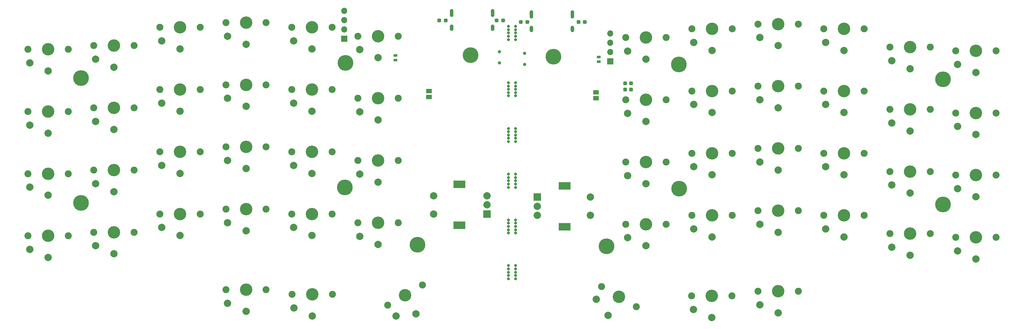
<source format=gts>
G04 #@! TF.GenerationSoftware,KiCad,Pcbnew,(5.99.0-8557-g8988e46ab1)*
G04 #@! TF.CreationDate,2021-01-24T12:11:51-07:00*
G04 #@! TF.ProjectId,BlueSofPanel,426c7565-536f-4665-9061-6e656c2e6b69,rev?*
G04 #@! TF.SameCoordinates,PX85099e0PY51bada0*
G04 #@! TF.FileFunction,Soldermask,Top*
G04 #@! TF.FilePolarity,Negative*
%FSLAX46Y46*%
G04 Gerber Fmt 4.6, Leading zero omitted, Abs format (unit mm)*
G04 Created by KiCad (PCBNEW (5.99.0-8557-g8988e46ab1)) date 2021-01-24 12:11:51*
%MOMM*%
%LPD*%
G01*
G04 APERTURE LIST*
G04 Aperture macros list*
%AMRoundRect*
0 Rectangle with rounded corners*
0 $1 Rounding radius*
0 $2 $3 $4 $5 $6 $7 $8 $9 X,Y pos of 4 corners*
0 Add a 4 corners polygon primitive as box body*
4,1,4,$2,$3,$4,$5,$6,$7,$8,$9,$2,$3,0*
0 Add four circle primitives for the rounded corners*
1,1,$1+$1,$2,$3*
1,1,$1+$1,$4,$5*
1,1,$1+$1,$6,$7*
1,1,$1+$1,$8,$9*
0 Add four rect primitives between the rounded corners*
20,1,$1+$1,$2,$3,$4,$5,0*
20,1,$1+$1,$4,$5,$6,$7,0*
20,1,$1+$1,$6,$7,$8,$9,0*
20,1,$1+$1,$8,$9,$2,$3,0*%
G04 Aperture macros list end*
%ADD10C,0.800000*%
%ADD11C,1.900000*%
%ADD12C,3.400000*%
%ADD13C,2.000000*%
%ADD14C,4.300000*%
%ADD15RoundRect,0.237500X0.287500X0.237500X-0.287500X0.237500X-0.287500X-0.237500X0.287500X-0.237500X0*%
%ADD16R,2.000000X2.000000*%
%ADD17R,3.200000X2.000000*%
%ADD18RoundRect,0.237500X-0.287500X-0.237500X0.287500X-0.237500X0.287500X0.237500X-0.287500X0.237500X0*%
%ADD19R,1.700000X1.700000*%
%ADD20O,1.700000X1.700000*%
%ADD21RoundRect,0.237500X0.237500X-0.300000X0.237500X0.300000X-0.237500X0.300000X-0.237500X-0.300000X0*%
%ADD22C,0.900000*%
%ADD23R,1.550000X1.200000*%
%ADD24C,1.000000*%
%ADD25R,1.000000X0.650000*%
G04 APERTURE END LIST*
D10*
X45382230Y-27679851D03*
X45382230Y-31279851D03*
X47282230Y-31279851D03*
X45382230Y-28579851D03*
X45382230Y-29479851D03*
X45382230Y-30379851D03*
X47282230Y-28579851D03*
X47282230Y-29479851D03*
X47282230Y-30379851D03*
X47282230Y-27679851D03*
X45382230Y37720149D03*
X45382230Y34120149D03*
X47282230Y34120149D03*
X45382230Y36820149D03*
X45382230Y35920149D03*
X45382230Y35020149D03*
X47282230Y36820149D03*
X47282230Y35920149D03*
X47282230Y35020149D03*
X47282230Y37720149D03*
X45382230Y22320149D03*
X45382230Y18720149D03*
X47282230Y18720149D03*
X45382230Y21420149D03*
X45382230Y20520149D03*
X45382230Y19620149D03*
X47282230Y21420149D03*
X47282230Y20520149D03*
X47282230Y19620149D03*
X47282230Y22320149D03*
X45382230Y9820149D03*
X45382230Y6220149D03*
X47282230Y6220149D03*
X45382230Y8920149D03*
X45382230Y8020149D03*
X45382230Y7120149D03*
X47282230Y8920149D03*
X47282230Y8020149D03*
X47282230Y7120149D03*
X47282230Y9820149D03*
X45382230Y-2679851D03*
X45382230Y-6279851D03*
X47282230Y-6279851D03*
X45382230Y-3579851D03*
X45382230Y-4479851D03*
X45382230Y-5379851D03*
X47282230Y-3579851D03*
X47282230Y-4479851D03*
X47282230Y-5379851D03*
X47282230Y-2679851D03*
X45382230Y-15179851D03*
X45382230Y-18779851D03*
X47282230Y-18779851D03*
X45382230Y-16079851D03*
X45382230Y-16979851D03*
X45382230Y-17879851D03*
X47282230Y-16079851D03*
X47282230Y-16979851D03*
X47282230Y-17879851D03*
X47282230Y-15179851D03*
D11*
X-49732246Y20447236D03*
X-38732246Y20447236D03*
D12*
X-44232246Y20447236D03*
D13*
X-49232246Y16747236D03*
X-44232246Y14547236D03*
D14*
X163896706Y23222236D03*
D15*
X50496706Y38922236D03*
X48746706Y38922236D03*
D12*
X118896706Y38347236D03*
D11*
X113396706Y38347236D03*
X124396706Y38347236D03*
D13*
X113896706Y34647236D03*
X118896706Y32447236D03*
D12*
X172896706Y31047236D03*
D11*
X178396706Y31047236D03*
X167396706Y31047236D03*
D13*
X167896706Y27347236D03*
X172896706Y25147236D03*
D11*
X142396706Y3047236D03*
X131396706Y3047236D03*
D12*
X136896706Y3047236D03*
D13*
X131896706Y-652764D03*
X136896706Y-2852764D03*
D11*
X-56732246Y32447236D03*
X-67732246Y32447236D03*
D12*
X-62232246Y32447236D03*
D13*
X-67232246Y28747236D03*
X-62232246Y26547236D03*
D11*
X-85732246Y31447236D03*
D12*
X-80232246Y31447236D03*
D11*
X-74732246Y31447236D03*
D13*
X-85232246Y27747236D03*
X-80232246Y25547236D03*
D16*
X39467754Y-13552764D03*
D13*
X39467754Y-8552764D03*
X39467754Y-11052764D03*
D17*
X31967754Y-16652764D03*
X31967754Y-5452764D03*
D13*
X24967754Y-8552764D03*
X24967754Y-13552764D03*
D11*
X-20732246Y-12252764D03*
X-31732246Y-12252764D03*
D12*
X-26232246Y-12252764D03*
D13*
X-31232246Y-15952764D03*
X-26232246Y-18152764D03*
D14*
X91896706Y-6677764D03*
D11*
X-56732246Y-1552764D03*
X-67732246Y-1552764D03*
D12*
X-62232246Y-1552764D03*
D13*
X-67232246Y-5252764D03*
X-62232246Y-7452764D03*
D11*
X-20732246Y4747236D03*
X-31732246Y4747236D03*
D12*
X-26232246Y4747236D03*
D13*
X-31232246Y1047236D03*
X-26232246Y-1152764D03*
D11*
X88396706Y34647236D03*
X77396706Y34647236D03*
D12*
X82896706Y34647236D03*
D13*
X77896706Y30947236D03*
X82896706Y28747236D03*
D11*
X4267754Y-15952764D03*
D12*
X9767754Y-15952764D03*
D11*
X15267754Y-15952764D03*
D13*
X4767754Y-19652764D03*
X9767754Y-21852764D03*
D18*
X42167754Y39322236D03*
X43917754Y39322236D03*
D12*
X100896706Y20047236D03*
D11*
X106396706Y20047236D03*
X95396706Y20047236D03*
D13*
X95896706Y16347236D03*
X100896706Y14147236D03*
D11*
X-38732246Y-13552764D03*
D12*
X-44232246Y-13552764D03*
D11*
X-49732246Y-13552764D03*
D13*
X-49232246Y-17252764D03*
X-44232246Y-19452764D03*
D11*
X12404614Y-38502764D03*
X21930894Y-33002764D03*
D12*
X17167754Y-35752764D03*
D13*
X14687627Y-41457058D03*
X20117754Y-40862314D03*
D11*
X-13732246Y37447236D03*
X-2732246Y37447236D03*
D12*
X-8232246Y37447236D03*
D13*
X-13232246Y33747236D03*
X-8232246Y31547236D03*
D12*
X118896706Y21347236D03*
D11*
X113396706Y21347236D03*
X124396706Y21347236D03*
D13*
X113896706Y17647236D03*
X118896706Y15447236D03*
D11*
X149396706Y-18952764D03*
D12*
X154896706Y-18952764D03*
D11*
X160396706Y-18952764D03*
D13*
X149896706Y-22652764D03*
X154896706Y-24852764D03*
D11*
X95296706Y-35952764D03*
X106296706Y-35952764D03*
D12*
X100796706Y-35952764D03*
D13*
X95796706Y-39652764D03*
X100796706Y-41852764D03*
D11*
X-49732246Y37447236D03*
X-38732246Y37447236D03*
D12*
X-44232246Y37447236D03*
D13*
X-49232246Y33747236D03*
X-44232246Y31547236D03*
D19*
X567754Y34347236D03*
D20*
X567754Y36887236D03*
X567754Y39427236D03*
X567754Y41967236D03*
D11*
X149396706Y-1952764D03*
D12*
X154896706Y-1952764D03*
D11*
X160396706Y-1952764D03*
D13*
X149896706Y-5652764D03*
X154896706Y-7852764D03*
D12*
X118896706Y-12652764D03*
D11*
X124396706Y-12652764D03*
X113396706Y-12652764D03*
D13*
X113896706Y-16352764D03*
X118896706Y-18552764D03*
D11*
X-13732246Y3447236D03*
X-2732246Y3447236D03*
D12*
X-8232246Y3447236D03*
D13*
X-13232246Y-252764D03*
X-8232246Y-2452764D03*
D12*
X9767754Y1047236D03*
D11*
X15267754Y1047236D03*
X4267754Y1047236D03*
D13*
X4767754Y-2652764D03*
X9767754Y-4852764D03*
D14*
X57621706Y29447236D03*
X72121706Y-22352764D03*
D11*
X15267754Y35047236D03*
X4267754Y35047236D03*
D12*
X9767754Y35047236D03*
D13*
X4767754Y31347236D03*
X9767754Y29147236D03*
D11*
X131396706Y37047236D03*
X142396706Y37047236D03*
D12*
X136896706Y37047236D03*
D13*
X131896706Y33347236D03*
X136896706Y31147236D03*
D12*
X154896706Y15047236D03*
D11*
X149396706Y15047236D03*
X160396706Y15047236D03*
D13*
X149896706Y11347236D03*
X154896706Y9147236D03*
D16*
X53196706Y-8952764D03*
D13*
X53196706Y-13952764D03*
X53196706Y-11452764D03*
D17*
X60696706Y-17052764D03*
X60696706Y-5852764D03*
D13*
X67696706Y-13952764D03*
X67696706Y-8952764D03*
D14*
X163896706Y-10977764D03*
D12*
X-26232246Y38747236D03*
D11*
X-20732246Y38747236D03*
X-31732246Y38747236D03*
D13*
X-31232246Y35047236D03*
X-26232246Y32847236D03*
D11*
X142396706Y-13952764D03*
X131396706Y-13952764D03*
D12*
X136896706Y-13952764D03*
D13*
X131896706Y-17652764D03*
X136896706Y-19852764D03*
D12*
X-62232246Y-18552764D03*
D11*
X-56732246Y-18552764D03*
X-67732246Y-18552764D03*
D13*
X-67232246Y-22252764D03*
X-62232246Y-24452764D03*
D11*
X-13732246Y-13552764D03*
D12*
X-8232246Y-13552764D03*
D11*
X-2732246Y-13552764D03*
D13*
X-13232246Y-17252764D03*
X-8232246Y-19452764D03*
D11*
X106396706Y-13952764D03*
X95396706Y-13952764D03*
D12*
X100896706Y-13952764D03*
D13*
X95896706Y-17652764D03*
X100896706Y-19852764D03*
D12*
X100896706Y3047236D03*
D11*
X95396706Y3047236D03*
X106396706Y3047236D03*
D13*
X95896706Y-652764D03*
X100896706Y-2852764D03*
D11*
X-13632246Y-35552764D03*
X-2632246Y-35552764D03*
D12*
X-8132246Y-35552764D03*
D13*
X-13132246Y-39252764D03*
X-8132246Y-41452764D03*
D12*
X-26232246Y21747236D03*
D11*
X-20732246Y21747236D03*
X-31732246Y21747236D03*
D13*
X-31232246Y18047236D03*
X-26232246Y15847236D03*
D12*
X172896706Y-19952764D03*
D11*
X167396706Y-19952764D03*
X178396706Y-19952764D03*
D13*
X167896706Y-23652764D03*
X172896706Y-25852764D03*
D11*
X-74732246Y-19552764D03*
X-85732246Y-19552764D03*
D12*
X-80232246Y-19552764D03*
D13*
X-85232246Y-23252764D03*
X-80232246Y-25452764D03*
D12*
X75496706Y-36152764D03*
D11*
X80259846Y-38902764D03*
X70733566Y-33402764D03*
D13*
X69316579Y-36857058D03*
X72546706Y-41262314D03*
D11*
X-74732246Y-2552764D03*
D12*
X-80232246Y-2552764D03*
D11*
X-85732246Y-2552764D03*
D13*
X-85232246Y-6252764D03*
X-80232246Y-8452764D03*
D18*
X26467754Y39347236D03*
X28217754Y39347236D03*
D11*
X77396706Y647236D03*
X88396706Y647236D03*
D12*
X82896706Y647236D03*
D13*
X77896706Y-3052764D03*
X82896706Y-5252764D03*
D12*
X100896706Y37047236D03*
D11*
X95396706Y37047236D03*
X106396706Y37047236D03*
D13*
X95896706Y33347236D03*
X100896706Y31147236D03*
D12*
X136896706Y20047236D03*
D11*
X142396706Y20047236D03*
X131396706Y20047236D03*
D13*
X131896706Y16347236D03*
X136896706Y14147236D03*
D12*
X9767754Y18047236D03*
D11*
X4267754Y18047236D03*
X15267754Y18047236D03*
D13*
X4767754Y14347236D03*
X9767754Y12147236D03*
D11*
X-13732246Y20447236D03*
D12*
X-8232246Y20447236D03*
D11*
X-2732246Y20447236D03*
D13*
X-13232246Y16747236D03*
X-8232246Y14547236D03*
D12*
X172896706Y14047236D03*
D11*
X167396706Y14047236D03*
X178396706Y14047236D03*
D13*
X167896706Y10347236D03*
X172896706Y8147236D03*
D12*
X-44232246Y3447236D03*
D11*
X-49732246Y3447236D03*
X-38732246Y3447236D03*
D13*
X-49232246Y-252764D03*
X-44232246Y-2452764D03*
D12*
X-80232246Y14447236D03*
D11*
X-85732246Y14447236D03*
X-74732246Y14447236D03*
D13*
X-85232246Y10747236D03*
X-80232246Y8547236D03*
D11*
X160396706Y32047236D03*
D12*
X154896706Y32047236D03*
D11*
X149396706Y32047236D03*
D13*
X149896706Y28347236D03*
X154896706Y26147236D03*
D15*
X66196706Y38947236D03*
X64446706Y38947236D03*
D11*
X-67732246Y15447236D03*
X-56732246Y15447236D03*
D12*
X-62232246Y15447236D03*
D13*
X-67232246Y11747236D03*
X-62232246Y9547236D03*
D12*
X172896706Y-2952764D03*
D11*
X178396706Y-2952764D03*
X167396706Y-2952764D03*
D13*
X167896706Y-6652764D03*
X172896706Y-8852764D03*
D12*
X82896706Y-16352764D03*
D11*
X88396706Y-16352764D03*
X77396706Y-16352764D03*
D13*
X77896706Y-20052764D03*
X82896706Y-22252764D03*
D11*
X113396706Y4347236D03*
X124396706Y4347236D03*
D12*
X118896706Y4347236D03*
D13*
X113896706Y647236D03*
X118896706Y-1552764D03*
D14*
X91796706Y27322236D03*
D11*
X-31732246Y-34252764D03*
X-20732246Y-34252764D03*
D12*
X-26232246Y-34252764D03*
D13*
X-31232246Y-37952764D03*
X-26232246Y-40152764D03*
D11*
X113396706Y-34652764D03*
X124396706Y-34652764D03*
D12*
X118896706Y-34652764D03*
D13*
X113896706Y-38352764D03*
X118896706Y-40552764D03*
D21*
X78796706Y20434736D03*
X78796706Y22159736D03*
D12*
X82896706Y17647236D03*
D11*
X88396706Y17647236D03*
X77396706Y17647236D03*
D13*
X77896706Y13947236D03*
X82896706Y11747236D03*
D21*
X77159206Y20434736D03*
X77159206Y22159736D03*
D14*
X35042754Y29847236D03*
X-71232246Y-10577764D03*
D22*
X42892754Y30747236D03*
X42892754Y27747236D03*
D14*
X-71232246Y23622236D03*
D23*
X69221706Y19697236D03*
X69221706Y18097236D03*
X23717754Y18447236D03*
X23717754Y20047236D03*
D22*
X49771706Y27347236D03*
X49771706Y30347236D03*
D24*
X29892754Y41986336D03*
X41043054Y41071936D03*
X29892454Y41402136D03*
X41042754Y37753236D03*
X29892454Y37236536D03*
X41043054Y37236536D03*
X41042754Y37490536D03*
X29892154Y37490536D03*
X29892154Y37753236D03*
X41043354Y41999036D03*
X41043054Y41719636D03*
X41043054Y40779836D03*
X29892454Y40767136D03*
X29892454Y41706936D03*
X41042754Y36991236D03*
X41043054Y41414836D03*
X29892454Y41059236D03*
X29892154Y36991236D03*
D14*
X767754Y-6277764D03*
X20542754Y-21952764D03*
D25*
X14565799Y28479236D03*
X14565799Y29749236D03*
D24*
X51621106Y36591236D03*
X51621406Y40659236D03*
X62771706Y37353236D03*
X62772006Y36836536D03*
X51621406Y41002136D03*
X51621706Y41586336D03*
X62772006Y40671936D03*
X51621406Y36836536D03*
X62772006Y40379836D03*
X62772006Y41319636D03*
X51621106Y37353236D03*
X51621406Y41306936D03*
X51621106Y37090536D03*
X62771706Y37090536D03*
X62772306Y41599036D03*
X62771706Y36591236D03*
X62772006Y41014836D03*
X51621406Y40367136D03*
D19*
X73121706Y28147236D03*
D20*
X73121706Y30687236D03*
X73121706Y33227236D03*
X73121706Y35767236D03*
D14*
X867754Y27722236D03*
D25*
X70016661Y28079236D03*
X70016661Y29349236D03*
M02*

</source>
